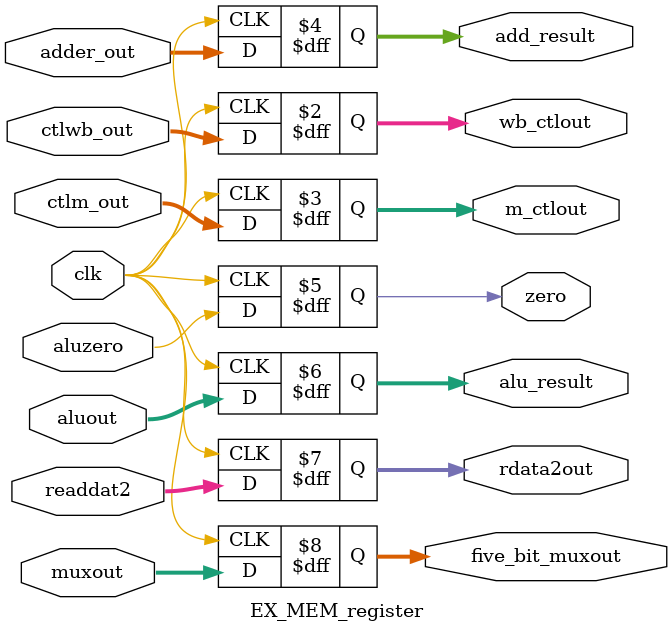
<source format=v>
`timescale 1ns / 1ps
module EX_MEM_register(
	input clk,
	input wire [1:0]  ctlwb_out,
	input wire [2:0]  ctlm_out,
	input wire [31:0] adder_out,
	input wire 		   aluzero,
	input wire [31:0] aluout,
	input wire [31:0] readdat2,
	input wire [4:0]  muxout,
	output reg [1:0]  wb_ctlout,
	output reg [2:0]  m_ctlout,
	output reg [31:0] add_result, 
	output reg   	   zero,
	output reg [31:0] alu_result, 
	output reg [31:0] rdata2out, 
	output reg [4:0]  five_bit_muxout
    );
always @ (posedge clk) begin
	wb_ctlout <= ctlwb_out;
	m_ctlout <= ctlm_out;
	add_result <= adder_out;
	zero <= aluzero;
	alu_result <= aluout;
	rdata2out <= readdat2;
	five_bit_muxout <= muxout;
end

endmodule

</source>
